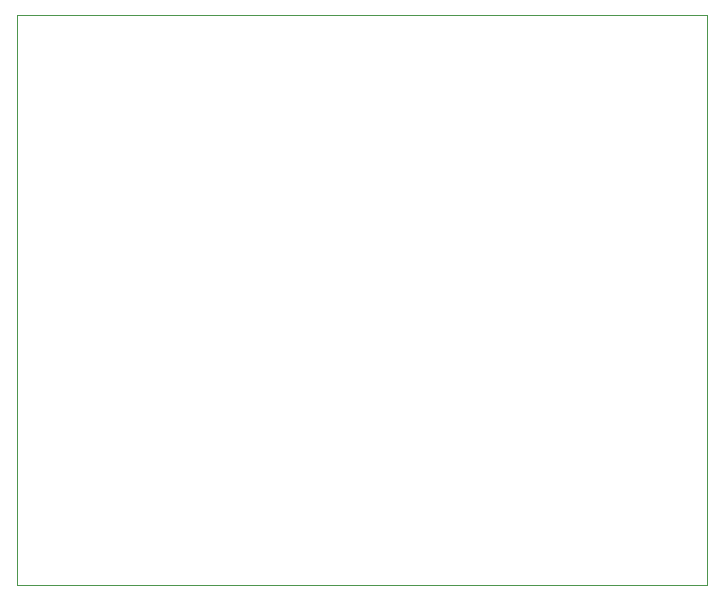
<source format=gko>
G04*
G04 #@! TF.GenerationSoftware,Altium Limited,Altium Designer,23.6.0 (18)*
G04*
G04 Layer_Color=8388736*
%FSAX24Y24*%
%MOIN*%
G70*
G04*
G04 #@! TF.SameCoordinates,E551B0BA-23AD-4420-B302-DDD5F3B2D540*
G04*
G04*
G04 #@! TF.FilePolarity,Positive*
G04*
G01*
G75*
%ADD31C,0.0010*%
D31*
X201704Y128550D02*
X201704Y109550D01*
X224704Y109550D01*
X224704Y128550D02*
X224704Y109550D01*
X201704Y128550D02*
X224704Y128550D01*
M02*

</source>
